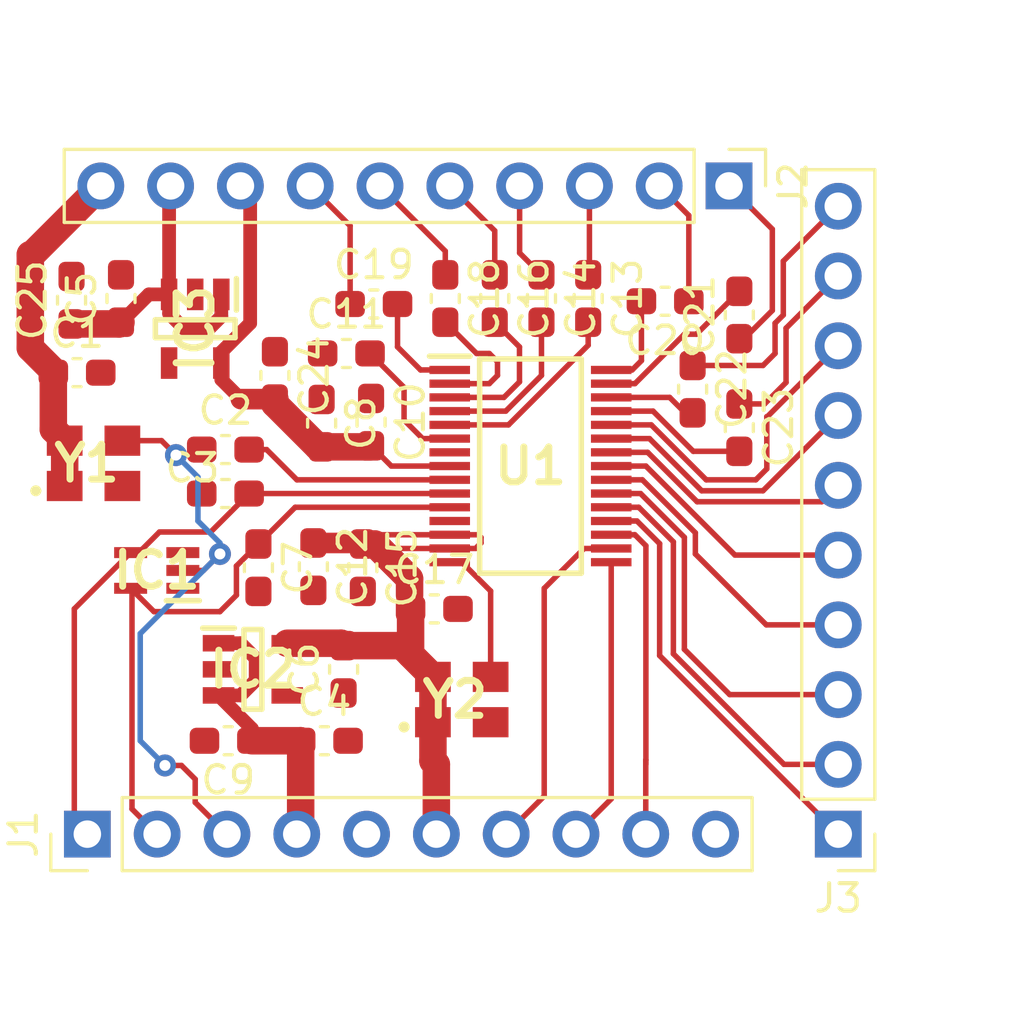
<source format=kicad_pcb>
(kicad_pcb (version 20211014) (generator pcbnew)
  (layers (0 "F.Cu" signal) (31 "B.Cu" signal) (34 "B.Paste" user) (35 "F.Paste" user) (36 "B.SilkS" user "B.Silkscreen") (37 "F.SilkS" user "F.Silkscreen") (38 "B.Mask" user) (39 "F.Mask" user) (44 "Edge.Cuts" user))
  (net 0 "")
  (net 1 "GNDA")
  (net 2 "GNDD")
  (net 3 "XO")
  (net 4 "XI")
  (net 5 "LDO")
  (net 6 "VCC")
  (net 7 "AVDD")
  (net 8 "Net-(C11-Pad2)")
  (net 9 "DVDD")
  (net 10 "/A5")
  (net 11 "Net-(C13-Pad2)")
  (net 12 "/A4")
  (net 13 "Net-(C14-Pad2)")
  (net 14 "/A3")
  (net 15 "Net-(C16-Pad2)")
  (net 16 "/A2")
  (net 17 "Net-(C18-Pad2)")
  (net 18 "/A1")
  (net 19 "Net-(C19-Pad2)")
  (net 20 "/A17")
  (net 21 "Net-(C20-Pad2)")
  (net 22 "/A16")
  (net 23 "Net-(C21-Pad2)")
  (net 24 "/A15")
  (net 25 "Net-(C22-Pad2)")
  (net 26 "/A14")
  (net 27 "Net-(C23-Pad2)")
  (net 28 "SCKI(3.3V)")
  (net 29 "DOUT")
  (net 30 "BCK")
  (net 31 "LRCK")
  (net 32 "/A6")
  (net 33 "/A7")
  (net 34 "/A8")
  (net 35 "/A9")
  (net 36 "/A10")
  (net 37 "/A11")
  (net 38 "/A12")
  (net 39 "/A13")
  (net 40 "OSC")
  (footprint "Capacitor_SMD:C_0603_1608Metric_Pad1.08x0.95mm_HandSolder" (layer "F.Cu") (at 94.8 124.5)
    (fp_text reference "C19" (at 0 -1.43) (layer "F.SilkS"))
    (fp_text value "10uF")
    (fp_line (start -0.146267 0.51) (end 0.146267 0.51) (layer "F.SilkS") (width 0.12))
    (fp_line (start -0.146267 -0.51) (end 0.146267 -0.51) (layer "F.SilkS") (width 0.12))
    (pad "1" smd roundrect (at -0.8625 0) (size 1.075 0.95) (layers "F.Cu" "F.Paste" "F.Mask") (net 18 "/A1"))
    (pad "2" smd roundrect (at 0.8625 0) (size 1.075 0.95) (layers "F.Cu" "F.Paste" "F.Mask") (net 19 "Net-(C19-Pad2)"))
  )
  (footprint "Capacitor_SMD:C_0603_1608Metric_Pad1.08x0.95mm_HandSolder" (layer "F.Cu") (at 99.2 124.3 -90)
    (fp_text reference "C16" (at 0 -1.43 90) (layer "F.SilkS"))
    (fp_text value "10uF")
    (fp_line (start -0.146267 -0.51) (end 0.146267 -0.51) (layer "F.SilkS") (width 0.12))
    (fp_line (start -0.146267 0.51) (end 0.146267 0.51) (layer "F.SilkS") (width 0.12))
    (pad "1" smd roundrect (at -0.8625 0 270) (size 1.075 0.95) (layers "F.Cu" "F.Paste" "F.Mask") (net 14 "/A3"))
    (pad "2" smd roundrect (at 0.8625 0 270) (size 1.075 0.95) (layers "F.Cu" "F.Paste" "F.Mask") (net 15 "Net-(C16-Pad2)"))
  )
  (footprint "custom_lib:SOT95P280X145-5N" (layer "F.Cu") (at 90.4 137.8)
    (fp_text reference "IC2" (at 0 0) (layer "F.SilkS") (effects (font (size 1.27 1.27) (thickness 0.254))))
    (fp_text value "NCP163ASN330T1G" hide)
    (fp_line (start -1.825 -1.5) (end -0.675 -1.5) (layer "F.SilkS") (width 0.2))
    (fp_line (start 0.325 -1.45) (end 0.325 1.45) (layer "F.SilkS") (width 0.2))
    (fp_line (start -0.325 1.45) (end -0.325 -1.45) (layer "F.SilkS") (width 0.2))
    (fp_line (start -0.325 -1.45) (end 0.325 -1.45) (layer "F.SilkS") (width 0.2))
    (fp_line (start 0.325 1.45) (end -0.325 1.45) (layer "F.SilkS") (width 0.2))
    (pad "1" smd rect (at -1.25 -0.95 90) (size 0.6 1.15) (layers "F.Cu" "F.Paste" "F.Mask") (net 6 "VCC"))
    (pad "2" smd rect (at -1.25 0 90) (size 0.6 1.15) (layers "F.Cu" "F.Paste" "F.Mask") (net 2 "GNDD"))
    (pad "3" smd rect (at -1.25 0.95 90) (size 0.6 1.15) (layers "F.Cu" "F.Paste" "F.Mask") (net 6 "VCC"))
    (pad "4" smd rect (at 1.25 0.95 90) (size 0.6 1.15) (layers "F.Cu" "F.Paste" "F.Mask"))
    (pad "5" smd rect (at 1.25 -0.95 90) (size 0.6 1.15) (layers "F.Cu" "F.Paste" "F.Mask") (net 9 "DVDD"))
  )
  (footprint "Capacitor_SMD:C_0603_1608Metric_Pad1.08x0.95mm_HandSolder" (layer "F.Cu") (at 102.6 124.3 -90)
    (fp_text reference "C13" (at 0 -1.43 90) (layer "F.SilkS"))
    (fp_text value "0.1uF")
    (fp_line (start -0.146267 -0.51) (end 0.146267 -0.51) (layer "F.SilkS") (width 0.12))
    (fp_line (start -0.146267 0.51) (end 0.146267 0.51) (layer "F.SilkS") (width 0.12))
    (pad "1" smd roundrect (at -0.8625 0 270) (size 1.075 0.95) (layers "F.Cu" "F.Paste" "F.Mask") (net 10 "/A5"))
    (pad "2" smd roundrect (at 0.8625 0 270) (size 1.075 0.95) (layers "F.Cu" "F.Paste" "F.Mask") (net 11 "Net-(C13-Pad2)"))
  )
  (footprint "Capacitor_SMD:C_0603_1608Metric_Pad1.08x0.95mm_HandSolder" (layer "F.Cu") (at 97.4 124.3 -90)
    (fp_text reference "C18" (at 0 -1.43 90) (layer "F.SilkS"))
    (fp_text value "10uF")
    (fp_line (start -0.146267 -0.51) (end 0.146267 -0.51) (layer "F.SilkS") (width 0.12))
    (fp_line (start -0.146267 0.51) (end 0.146267 0.51) (layer "F.SilkS") (width 0.12))
    (pad "1" smd roundrect (at -0.8625 0 270) (size 1.075 0.95) (layers "F.Cu" "F.Paste" "F.Mask") (net 16 "/A2"))
    (pad "2" smd roundrect (at 0.8625 0 270) (size 1.075 0.95) (layers "F.Cu" "F.Paste" "F.Mask") (net 17 "Net-(C18-Pad2)"))
  )
  (footprint "custom_lib:ASE24000MHZET" (layer "F.Cu") (at 84.6 130.3)
    (fp_text reference "Y1" (at -0.25 0) (layer "F.SilkS") (effects (font (size 1.27 1.27) (thickness 0.254))))
    (fp_text value "ASE-24.000MHZ-ET" hide)
    (fp_line (start -2 1) (end -2 1) (layer "F.SilkS") (width 0.2))
    (fp_line (start -2.2 1) (end -2.2 1) (layer "F.SilkS") (width 0.2))
    (fp_arc (start -2 1) (mid -2.1 1.1) (end -2.2 1) (layer "F.SilkS") (width 0.2))
    (fp_arc (start -2.2 1) (mid -2.1 0.9) (end -2 1) (layer "F.SilkS") (width 0.2))
    (pad "1" smd rect (at -1.05 0.825 90) (size 1.1 1.3) (layers "F.Cu" "F.Paste" "F.Mask") (net 9 "DVDD"))
    (pad "2" smd rect (at 1.05 0.825 90) (size 1.1 1.3) (layers "F.Cu" "F.Paste" "F.Mask") (net 2 "GNDD"))
    (pad "3" smd rect (at 1.05 -0.825 90) (size 1.1 1.3) (layers "F.Cu" "F.Paste" "F.Mask") (net 40 "OSC"))
    (pad "4" smd rect (at -1.05 -0.825 90) (size 1.1 1.3) (layers "F.Cu" "F.Paste" "F.Mask") (net 9 "DVDD"))
  )
  (footprint "Capacitor_SMD:C_0603_1608Metric_Pad1.08x0.95mm_HandSolder" (layer "F.Cu") (at 93.8 126.3)
    (fp_text reference "C11" (at 0 -1.43) (layer "F.SilkS"))
    (fp_text value "2.2uF")
    (fp_line (start -0.146267 -0.51) (end 0.146267 -0.51) (layer "F.SilkS") (width 0.12))
    (fp_line (start -0.146267 0.51) (end 0.146267 0.51) (layer "F.SilkS") (width 0.12))
    (pad "1" smd roundrect (at -0.8625 0) (size 1.075 0.95) (layers "F.Cu" "F.Paste" "F.Mask") (net 1 "GNDA"))
    (pad "2" smd roundrect (at 0.8625 0) (size 1.075 0.95) (layers "F.Cu" "F.Paste" "F.Mask") (net 8 "Net-(C11-Pad2)"))
  )
  (footprint "Capacitor_SMD:C_0603_1608Metric_Pad1.08x0.95mm_HandSolder" (layer "F.Cu") (at 93 140.4)
    (fp_text reference "C4" (at 0 -1.43) (layer "F.SilkS"))
    (fp_text value "0.1uF")
    (fp_line (start -0.146267 0.51) (end 0.146267 0.51) (layer "F.SilkS") (width 0.12))
    (fp_line (start -0.146267 -0.51) (end 0.146267 -0.51) (layer "F.SilkS") (width 0.12))
    (pad "1" smd roundrect (at -0.8625 0) (size 1.075 0.95) (layers "F.Cu" "F.Paste" "F.Mask") (net 6 "VCC"))
    (pad "2" smd roundrect (at 0.8625 0) (size 1.075 0.95) (layers "F.Cu" "F.Paste" "F.Mask") (net 2 "GNDD"))
  )
  (footprint "custom_lib:SOT95P280X145-5N" (layer "F.Cu") (at 88.3 125.4 -90)
    (fp_text reference "IC3" (at 0 0 90) (layer "F.SilkS") (effects (font (size 1.27 1.27) (thickness 0.254))))
    (fp_text value "NCP163ASN330T1G" hide)
    (fp_line (start 0.325 -1.45) (end 0.325 1.45) (layer "F.SilkS") (width 0.2))
    (fp_line (start -0.325 -1.45) (end 0.325 -1.45) (layer "F.SilkS") (width 0.2))
    (fp_line (start -1.825 -1.5) (end -0.675 -1.5) (layer "F.SilkS") (width 0.2))
    (fp_line (start -0.325 1.45) (end -0.325 -1.45) (layer "F.SilkS") (width 0.2))
    (fp_line (start 0.325 1.45) (end -0.325 1.45) (layer "F.SilkS") (width 0.2))
    (pad "1" smd rect (at -1.25 -0.95) (size 0.6 1.15) (layers "F.Cu" "F.Paste" "F.Mask") (net 6 "VCC"))
    (pad "2" smd rect (at -1.25 0) (size 0.6 1.15) (layers "F.Cu" "F.Paste" "F.Mask") (net 1 "GNDA"))
    (pad "3" smd rect (at -1.25 0.95) (size 0.6 1.15) (layers "F.Cu" "F.Paste" "F.Mask") (net 6 "VCC"))
    (pad "4" smd rect (at 1.25 0.95) (size 0.6 1.15) (layers "F.Cu" "F.Paste" "F.Mask"))
    (pad "5" smd rect (at 1.25 -0.95) (size 0.6 1.15) (layers "F.Cu" "F.Paste" "F.Mask") (net 7 "AVDD"))
  )
  (footprint "Capacitor_SMD:C_0603_1608Metric_Pad1.08x0.95mm_HandSolder" (layer "F.Cu") (at 92.9 128.8375 -90)
    (fp_text reference "C8" (at 0 -1.43 90) (layer "F.SilkS"))
    (fp_text value "10uF")
    (fp_line (start -0.146267 0.51) (end 0.146267 0.51) (layer "F.SilkS") (width 0.12))
    (fp_line (start -0.146267 -0.51) (end 0.146267 -0.51) (layer "F.SilkS") (width 0.12))
    (pad "1" smd roundrect (at -0.8625 0 270) (size 1.075 0.95) (layers "F.Cu" "F.Paste" "F.Mask") (net 1 "GNDA"))
    (pad "2" smd roundrect (at 0.8625 0 270) (size 1.075 0.95) (layers "F.Cu" "F.Paste" "F.Mask") (net 7 "AVDD"))
  )
  (footprint "Connector_PinHeader_2.54mm:PinHeader_1x10_P2.54mm_Vertical" (layer "F.Cu") (at 107.725 120.2 -90)
    (fp_text reference "J2" (at 0 -2.33 90) (layer "F.SilkS"))
    (fp_text value "Conn_01x10_Male")
    (fp_line (start 1.33 1.27) (end 1.33 24.19) (layer "F.SilkS") (width 0.12))
    (fp_line (start -1.33 1.27) (end -1.33 24.19) (layer "F.SilkS") (width 0.12))
    (fp_line (start -1.33 24.19) (end 1.33 24.19) (layer "F.SilkS") (width 0.12))
    (fp_line (start -1.33 1.27) (end 1.33 1.27) (layer "F.SilkS") (width 0.12))
    (fp_line (start -1.33 0) (end -1.33 -1.33) (layer "F.SilkS") (width 0.12))
    (fp_line (start -1.33 -1.33) (end 0 -1.33) (layer "F.SilkS") (width 0.12))
    (pad "1" thru_hole rect (at 0 0 270) (size 1.7 1.7) (drill 1) (layers *.Cu *.Mask) (net 22 "/A16"))
    (pad "2" thru_hole oval (at 0 2.54 270) (size 1.7 1.7) (drill 1) (layers *.Cu *.Mask) (net 20 "/A17"))
    (pad "3" thru_hole oval (at 0 5.08 270) (size 1.7 1.7) (drill 1) (layers *.Cu *.Mask) (net 10 "/A5"))
    (pad "4" thru_hole oval (at 0 7.62 270) (size 1.7 1.7) (drill 1) (layers *.Cu *.Mask) (net 12 "/A4"))
    (pad "5" thru_hole oval (at 0 10.16 270) (size 1.7 1.7) (drill 1) (layers *.Cu *.Mask) (net 14 "/A3"))
    (pad "6" thru_hole oval (at 0 12.7 270) (size 1.7 1.7) (drill 1) (layers *.Cu *.Mask) (net 16 "/A2"))
    (pad "7" thru_hole oval (at 0 15.24 270) (size 1.7 1.7) (drill 1) (layers *.Cu *.Mask) (net 18 "/A1"))
    (pad "8" thru_hole oval (at 0 17.78 270) (size 1.7 1.7) (drill 1) (layers *.Cu *.Mask) (net 7 "AVDD"))
    (pad "9" thru_hole oval (at 0 20.32 270) (size 1.7 1.7) (drill 1) (layers *.Cu *.Mask) (net 6 "VCC"))
    (pad "10" thru_hole oval (at 0 22.86 270) (size 1.7 1.7) (drill 1) (layers *.Cu *.Mask) (net 9 "DVDD"))
  )
  (footprint "Capacitor_SMD:C_0603_1608Metric_Pad1.08x0.95mm_HandSolder" (layer "F.Cu") (at 90.6 134.1 -90)
    (fp_text reference "C7" (at 0 -1.43 90) (layer "F.SilkS"))
    (fp_text value "2.2uF")
    (fp_line (start -0.146267 -0.51) (end 0.146267 -0.51) (layer "F.SilkS") (width 0.12))
    (fp_line (start -0.146267 0.51) (end 0.146267 0.51) (layer "F.SilkS") (width 0.12))
    (pad "1" smd roundrect (at -0.8625 0 270) (size 1.075 0.95) (layers "F.Cu" "F.Paste" "F.Mask") (net 5 "LDO"))
    (pad "2" smd roundrect (at 0.8625 0 270) (size 1.075 0.95) (layers "F.Cu" "F.Paste" "F.Mask") (net 2 "GNDD"))
  )
  (footprint "Capacitor_SMD:C_0603_1608Metric_Pad1.08x0.95mm_HandSolder" (layer "F.Cu") (at 91.2 127.1 -90)
    (fp_text reference "C24" (at 0 -1.43 90) (layer "F.SilkS"))
    (fp_text value "1uF")
    (fp_line (start -0.146267 0.51) (end 0.146267 0.51) (layer "F.SilkS") (width 0.12))
    (fp_line (start -0.146267 -0.51) (end 0.146267 -0.51) (layer "F.SilkS") (width 0.12))
    (pad "1" smd roundrect (at -0.8625 0 270) (size 1.075 0.95) (layers "F.Cu" "F.Paste" "F.Mask") (net 1 "GNDA"))
    (pad "2" smd roundrect (at 0.8625 0 270) (size 1.075 0.95) (layers "F.Cu" "F.Paste" "F.Mask") (net 7 "AVDD"))
  )
  (footprint "Capacitor_SMD:C_0603_1608Metric_Pad1.08x0.95mm_HandSolder" (layer "F.Cu") (at 83.8 124.3625 90)
    (fp_text reference "C25" (at 0 -1.43 90) (layer "F.SilkS"))
    (fp_text value "10uF")
    (fp_line (start -0.146267 -0.51) (end 0.146267 -0.51) (layer "F.SilkS") (width 0.12))
    (fp_line (start -0.146267 0.51) (end 0.146267 0.51) (layer "F.SilkS") (width 0.12))
    (pad "1" smd roundrect (at -0.8625 0 90) (size 1.075 0.95) (layers "F.Cu" "F.Paste" "F.Mask") (net 6 "VCC"))
    (pad "2" smd roundrect (at 0.8625 0 90) (size 1.075 0.95) (layers "F.Cu" "F.Paste" "F.Mask") (net 1 "GNDA"))
  )
  (footprint "Capacitor_SMD:C_0603_1608Metric_Pad1.08x0.95mm_HandSolder" (layer "F.Cu") (at 100.9 124.3 -90)
    (fp_text reference "C14" (at 0 -1.43 90) (layer "F.SilkS"))
    (fp_text value "10uF")
    (fp_line (start -0.146267 -0.51) (end 0.146267 -0.51) (layer "F.SilkS") (width 0.12))
    (fp_line (start -0.146267 0.51) (end 0.146267 0.51) (layer "F.SilkS") (width 0.12))
    (pad "1" smd roundrect (at -0.8625 0 270) (size 1.075 0.95) (layers "F.Cu" "F.Paste" "F.Mask") (net 12 "/A4"))
    (pad "2" smd roundrect (at 0.8625 0 270) (size 1.075 0.95) (layers "F.Cu" "F.Paste" "F.Mask") (net 13 "Net-(C14-Pad2)"))
  )
  (footprint "Capacitor_SMD:C_0603_1608Metric_Pad1.08x0.95mm_HandSolder" (layer "F.Cu") (at 94.7 128.8 -90)
    (fp_text reference "C10" (at 0 -1.43 90) (layer "F.SilkS"))
    (fp_text value "0.1uF")
    (fp_line (start -0.146267 0.51) (end 0.146267 0.51) (layer "F.SilkS") (width 0.12))
    (fp_line (start -0.146267 -0.51) (end 0.146267 -0.51) (layer "F.SilkS") (width 0.12))
    (pad "1" smd roundrect (at -0.8625 0 270) (size 1.075 0.95) (layers "F.Cu" "F.Paste" "F.Mask") (net 1 "GNDA"))
    (pad "2" smd roundrect (at 0.8625 0 270) (size 1.075 0.95) (layers "F.Cu" "F.Paste" "F.Mask") (net 7 "AVDD"))
  )
  (footprint "custom_lib:SOT65P210X110-5N" (layer "F.Cu") (at 86.9 134.2 180)
    (fp_text reference "IC1" (at 0 0) (layer "F.SilkS") (effects (font (size 1.27 1.27) (thickness 0.254))))
    (fp_text value "SN74AUC1G126DCKR" hide)
    (fp_line (start -1.55 -1.1) (end -0.35 -1.1) (layer "F.SilkS") (width 0.2))
    (pad "1" smd rect (at -0.95 -0.65 270) (size 0.4 1.2) (layers "F.Cu" "F.Paste" "F.Mask") (net 2 "GNDD"))
    (pad "2" smd rect (at -0.95 0 270) (size 0.4 1.2) (layers "F.Cu" "F.Paste" "F.Mask") (net 40 "OSC"))
    (pad "3" smd rect (at -0.95 0.65 270) (size 0.4 1.2) (layers "F.Cu" "F.Paste" "F.Mask") (net 2 "GNDD"))
    (pad "4" smd rect (at 0.95 0.65 270) (size 0.4 1.2) (layers "F.Cu" "F.Paste" "F.Mask") (net 4 "XI"))
    (pad "5" smd rect (at 0.95 -0.65 270) (size 0.4 1.2) (layers "F.Cu" "F.Paste" "F.Mask") (net 5 "LDO"))
  )
  (footprint "Connector_PinHeader_2.54mm:PinHeader_1x10_P2.54mm_Vertical" (layer "F.Cu") (at 111.7 143.8 180)
    (fp_text reference "J3" (at 0 -2.33) (layer "F.SilkS"))
    (fp_text value "Conn_01x10_Male")
    (fp_line (start -1.33 1.27) (end -1.33 24.19) (layer "F.SilkS") (width 0.12))
    (fp_line (start 1.33 1.27) (end 1.33 24.19) (layer "F.SilkS") (width 0.12))
    (fp_line (start -1.33 1.27) (end 1.33 1.27) (layer "F.SilkS") (width 0.12))
    (fp_line (start -1.33 0) (end -1.33 -1.33) (layer "F.SilkS") (width 0.12))
    (fp_line (start -1.33 -1.33) (end 0 -1.33) (layer "F.SilkS") (width 0.12))
    (fp_line (start -1.33 24.19) (end 1.33 24.19) (layer "F.SilkS") (width 0.12))
    (pad "1" thru_hole rect (at 0 0 180) (size 1.7 1.7) (drill 1) (layers *.Cu *.Mask) (net 32 "/A6"))
    (pad "2" thru_hole oval (at 0 2.54 180) (size 1.7 1.7) (drill 1) (layers *.Cu *.Mask) (net 33 "/A7"))
    (pad "3" thru_hole oval (at 0 5.08 180) (size 1.7 1.7) (drill 1) (layers *.Cu *.Mask) (net 34 "/A8"))
    (pad "4" thru_hole oval (at 0 7.62 180) (size 1.7 1.7) (drill 1) (layers *.Cu *.Mask) (net 35 "/A9"))
    (pad "5" thru_hole oval (at 0 10.16 180) (size 1.7 1.7) (drill 1) (layers *.Cu *.Mask) (net 36 "/A10"))
    (pad "6" thru_hole oval (at 0 12.7 180) (size 1.7 1.7) (drill 1) (layers *.Cu *.Mask) (net 37 "/A11"))
    (pad "7" thru_hole oval (at 0 15.24 180) (size 1.7 1.7) (drill 1) (layers *.Cu *.Mask) (net 38 "/A12"))
    (pad "8" thru_hole oval (at 0 17.78 180) (size 1.7 1.7) (drill 1) (layers *.Cu *.Mask) (net 39 "/A13"))
    (pad "9" thru_hole oval (at 0 20.32 180) (size 1.7 1.7) (drill 1) (layers *.Cu *.Mask) (net 26 "/A14"))
    (pad "10" thru_hole oval (at 0 22.86 180) (size 1.7 1.7) (drill 1) (layers *.Cu *.Mask) (net 24 "/A15"))
  )
  (footprint "Capacitor_SMD:C_0603_1608Metric_Pad1.08x0.95mm_HandSolder" (layer "F.Cu") (at 85.6 124.3 90)
    (fp_text reference "C5" (at 0 -1.43 90) (layer "F.SilkS"))
    (fp_text value "0.1uF")
    (fp_line (start -0.146267 -0.51) (end 0.146267 -0.51) (layer "F.SilkS") (width 0.12))
    (fp_line (start -0.146267 0.51) (end 0.146267 0.51) (layer "F.SilkS") (width 0.12))
    (pad "1" smd roundrect (at -0.8625 0 90) (size 1.075 0.95) (layers "F.Cu" "F.Paste" "F.Mask") (net 6 "VCC"))
    (pad "2" smd roundrect (at 0.8625 0 90) (size 1.075 0.95) (layers "F.Cu" "F.Paste" "F.Mask") (net 1 "GNDA"))
  )
  (footprint "custom_lib:ASE24000MHZET" (layer "F.Cu") (at 98 138.9)
    (fp_text reference "Y2" (at -0.25 0) (layer "F.SilkS") (effects (font (size 1.27 1.27) (thickness 0.254))))
    (fp_text value "ASE-22.000MHZ-ET" hide)
    (fp_line (start -2 1) (end -2 1) (layer "F.SilkS") (width 0.2))
    (fp_line (start -2.2 1) (end -2.2 1) (layer "F.SilkS") (width 0.2))
    (fp_arc (start -2.2 1) (mid -2.1 0.9) (end -2 1) (layer "F.SilkS") (width 0.2))
    (fp_arc (start -2 1) (mid -2.1 1.1) (end -2.2 1) (layer "F.SilkS") (width 0.2))
    (pad "1" smd rect (at -1.05 0.825 90) (size 1.1 1.3) (layers "F.Cu" "F.Paste" "F.Mask") (net 9 "DVDD"))
    (pad "2" smd rect (at 1.05 0.825 90) (size 1.1 1.3) (layers "F.Cu" "F.Paste" "F.Mask") (net 2 "GNDD"))
    (pad "3" smd rect (at 1.05 -0.825 90) (size 1.1 1.3) (layers "F.Cu" "F.Paste" "F.Mask") (net 28 "SCKI(3.3V)"))
    (pad "4" smd rect (at -1.05 -0.825 90) (size 1.1 1.3) (layers "F.Cu" "F.Paste" "F.Mask") (net 9 "DVDD"))
  )
  (footprint "Capacitor_SMD:C_0603_1608Metric_Pad1.08x0.95mm_HandSolder" (layer "F.Cu") (at 89.5 140.4 180)
    (fp_text reference "C9" (at 0 -1.43) (layer "F.SilkS"))
    (fp_text value "10uF")
    (fp_line (start -0.146267 0.51) (end 0.146267 0.51) (layer "F.SilkS") (width 0.12))
    (fp_line (start -0.146267 -0.51) (end 0.146267 -0.51) (layer "F.SilkS") (width 0.12))
    (pad "1" smd roundrect (at -0.8625 0 180) (size 1.075 0.95) (layers "F.Cu" "F.Paste" "F.Mask") (net 6 "VCC"))
    (pad "2" smd roundrect (at 0.8625 0 180) (size 1.075 0.95) (layers "F.Cu" "F.Paste" "F.Mask") (net 2 "GNDD"))
  )
  (footprint "Capacitor_SMD:C_0603_1608Metric_Pad1.08x0.95mm_HandSolder" (layer "F.Cu") (at 89.4 129.8)
    (fp_text reference "C2" (at 0 -1.43) (layer "F.SilkS"))
    (fp_text value "18pF")
    (fp_line (start -0.146267 0.51) (end 0.146267 0.51) (layer "F.SilkS") (width 0.12))
    (fp_line (start -0.146267 -0.51) (end 0.146267 -0.51) (layer "F.SilkS") (width 0.12))
    (pad "1" smd roundrect (at -0.8625 0) (size 1.075 0.95) (layers "F.Cu" "F.Paste" "F.Mask") (net 2 "GNDD"))
    (pad "2" smd roundrect (at 0.8625 0) (size 1.075 0.95) (layers "F.Cu" "F.Paste" "F.Mask") (net 3 "XO"))
  )
  (footprint "Capacitor_SMD:C_0603_1608Metric_Pad1.08x0.95mm_HandSolder" (layer "F.Cu") (at 92.6 134.0625 -90)
    (fp_text reference "C12" (at 0 -1.43 90) (layer "F.SilkS"))
    (fp_text value "10uF")
    (fp_line (start -0.146267 0.51) (end 0.146267 0.51) (layer "F.SilkS") (width 0.12))
    (fp_line (start -0.146267 -0.51) (end 0.146267 -0.51) (layer "F.SilkS") (width 0.12))
    (pad "1" smd roundrect (at -0.8625 0 270) (size 1.075 0.95) (layers "F.Cu" "F.Paste" "F.Mask") (net 9 "DVDD"))
    (pad "2" smd roundrect (at 0.8625 0 270) (size 1.075 0.95) (layers "F.Cu" "F.Paste" "F.Mask") (net 2 "GNDD"))
  )
  (footprint "Capacitor_SMD:C_0603_1608Metric_Pad1.08x0.95mm_HandSolder" (layer "F.Cu") (at 94.4 134.1 -90)
    (fp_text reference "C15" (at 0 -1.43 90) (layer "F.SilkS"))
    (fp_text value "0.1uF")
    (fp_line (start -0.146267 0.51) (end 0.146267 0.51) (layer "F.SilkS") (width 0.12))
    (fp_line (start -0.146267 -0.51) (end 0.146267 -0.51) (layer "F.SilkS") (width 0.12))
    (pad "1" smd roundrect (at -0.8625 0 270) (size 1.075 0.95) (layers "F.Cu" "F.Paste" "F.Mask") (net 9 "DVDD"))
    (pad "2" smd roundrect (at 0.8625 0 270) (size 1.075 0.95) (layers "F.Cu" "F.Paste" "F.Mask") (net 2 "GNDD"))
  )
  (footprint "Capacitor_SMD:C_0603_1608Metric_Pad1.08x0.95mm_HandSolder" (layer "F.Cu") (at 108.1 124.9 90)
    (fp_text reference "C21" (at 0 -1.43 90) (layer "F.SilkS"))
    (fp_text value "10uF")
    (fp_line (start -0.146267 0.51) (end 0.146267 0.51) (layer "F.SilkS") (width 0.12))
    (fp_line (start -0.146267 -0.51) (end 0.146267 -0.51) (layer "F.SilkS") (width 0.12))
    (pad "1" smd roundrect (at -0.8625 0 90) (size 1.075 0.95) (layers "F.Cu" "F.Paste" "F.Mask") (net 22 "/A16"))
    (pad "2" smd roundrect (at 0.8625 0 90) (size 1.075 0.95) (layers "F.Cu" "F.Paste" "F.Mask") (net 23 "Net-(C21-Pad2)"))
  )
  (footprint "Capacitor_SMD:C_0603_1608Metric_Pad1.08x0.95mm_HandSolder" (layer "F.Cu") (at 108.1 129 -90)
    (fp_text reference "C23" (at 0 -1.43 90) (layer "F.SilkS"))
    (fp_text value "10uF")
    (fp_line (start -0.146267 -0.51) (end 0.146267 -0.51) (layer "F.SilkS") (width 0.12))
    (fp_line (start -0.146267 0.51) (end 0.146267 0.51) (layer "F.SilkS") (width 0.12))
    (pad "1" smd roundrect (at -0.8625 0 270) (size 1.075 0.95) (layers "F.Cu" "F.Paste" "F.Mask") (net 26 "/A14"))
    (pad "2" smd roundrect (at 0.8625 0 270) (size 1.075 0.95) (layers "F.Cu" "F.Paste" "F.Mask") (net 27 "Net-(C23-Pad2)"))
  )
  (footprint "custom_lib:PCM1863QDBTRQ1" (layer "F.Cu") (at 100.5 130.4)
    (fp_text reference "U1" (at 0 0) (layer "F.SilkS") (effects (font (size 1.27 1.27) (thickness 0.254))))
    (fp_text value "PCM1863" hide)
    (fp_line (start 1.85 -3.9) (end 1.85 3.9) (layer "F.SilkS") (width 0.2))
    (fp_line (start -1.85 -3.9) (end 1.85 -3.9) (layer "F.SilkS") (width 0.2))
    (fp_line (start -3.675 -4) (end -2.2 -4) (layer "F.SilkS") (width 0.2))
    (fp_line (start -1.85 3.9) (end -1.85 -3.9) (layer "F.SilkS") (width 0.2))
    (fp_line (start 1.85 3.9) (end -1.85 3.9) (layer "F.SilkS") (width 0.2))
    (pad "1" smd rect (at -2.938 -3.5 90) (size 0.3 1.475) (layers "F.Cu" "F.Paste" "F.Mask") (net 19 "Net-(C19-Pad2)"))
    (pad "2" smd rect (at -2.938 -3 90) (size 0.3 1.475) (layers "F.Cu" "F.Paste" "F.Mask") (net 17 "Net-(C18-Pad2)"))
    (pad "3" smd rect (at -2.938 -2.5 90) (size 0.3 1.475) (layers "F.Cu" "F.Paste" "F.Mask") (net 15 "Net-(C16-Pad2)"))
    (pad "4" smd rect (at -2.938 -2 90) (size 0.3 1.475) (layers "F.Cu" "F.Paste" "F.Mask") (net 13 "Net-(C14-Pad2)"))
    (pad "5" smd rect (at -2.938 -1.5 90) (size 0.3 1.475) (layers "F.Cu" "F.Paste" "F.Mask") (net 11 "Net-(C13-Pad2)"))
    (pad "6" smd rect (at -2.938 -1 90) (size 0.3 1.475) (layers "F.Cu" "F.Paste" "F.Mask") (net 8 "Net-(C11-Pad2)"))
    (pad "7" smd rect (at -2.938 -0.5 90) (size 0.3 1.475) (layers "F.Cu" "F.Paste" "F.Mask") (net 1 "GNDA"))
    (pad "8" smd rect (at -2.938 0 90) (size 0.3 1.475) (layers "F.Cu" "F.Paste" "F.Mask") (net 7 "AVDD"))
    (pad "9" smd rect (at -2.938 0.5 90) (size 0.3 1.475) (layers "F.Cu" "F.Paste" "F.Mask") (net 3 "XO"))
    (pad "10" smd rect (at -2.938 1 90) (size 0.3 1.475) (layers "F.Cu" "F.Paste" "F.Mask") (net 4 "XI"))
    (pad "11" smd rect (at -2.938 1.5 90) (size 0.3 1.475) (layers "F.Cu" "F.Paste" "F.Mask") (net 5 "LDO"))
    (pad "12" smd rect (at -2.938 2 90) (size 0.3 1.475) (layers "F.Cu" "F.Paste" "F.Mask") (net 2 "GNDD"))
    (pad "13" smd rect (at -2.938 2.5 90) (size 0.3 1.475) (layers "F.Cu" "F.Paste" "F.Mask") (net 9 "DVDD"))
    (pad "14" smd rect (at -2.938 3 90) (size 0.3 1.475) (layers "F.Cu" "F.Paste" "F.Mask") (net 9 "DVDD"))
    (pad "15" smd rect (at -2.938 3.5 90) (size 0.3 1.475) (layers "F.Cu" "F.Paste" "F.Mask") (net 28 "SCKI(3.3V)"))
    (pad "16" smd rect (at 2.938 3.5 90) (size 0.3 1.475) (layers "F.Cu" "F.Paste" "F.Mask") (net 31 "LRCK"))
    (pad "17" smd rect (at 2.938 3 90) (size 0.3 1.475) (layers "F.Cu" "F.Paste" "F.Mask") (net 30 "BCK"))
    (pad "18" smd rect (at 2.938 2.5 90) (size 0.3 1.475) (layers "F.Cu" "F.Paste" "F.Mask") (net 29 "DOUT"))
    (pad "19" smd rect (at 2.938 2 90) (size 0.3 1.475) (layers "F.Cu" "F.Paste" "F.Mask") (net 32 "/A6"))
    (pad "20" smd rect (at 2.938 1.5 90) (size 0.3 1.475) (layers "F.Cu" "F.Paste" "F.Mask") (net 33 "/A7"))
    (pad "21" smd rect (at 2.938 1 90) (size 0.3 1.475) (layers "F.Cu" "F.Paste" "F.Mask") (net 34 "/A8"))
    (pad "22" smd rect (at 2.938 0.5 90) (size 0.3 1.475) (layers "F.Cu" "F.Paste" "F.Mask") (net 35 "/A9"))
    (pad "23" smd rect (at 2.938 0 90) (size 0.3 1.475) (layers "F.Cu" "F.Paste" "F.Mask") (net 36 "/A10"))
    (pad "24" smd rect (at 2.938 -0.5 90) (size 0.3 1.475) (layers "F.Cu" "F.Paste" "F.Mask") (net 37 "/A11"))
    (pad "25" smd rect (at 2.938 -1 90) (size 0.3 1.475) (layers "F.Cu" "F.Paste" "F.Mask") (net 38 "/A12"))
    (pad "26" smd rect (at 2.938 -1.5 90) (size 0.3 1.475) (layers "F.Cu" "F.Paste" "F.Mask") (net 39 "/A13"))
    (pad "27" smd rect (at 2.938 -2 90) (size 0.3 1.475) (layers "F.Cu" "F.Paste" "F.Mask") (net 27 "Net-(C23-Pad2)"))
    (pad "28" smd rect (at 2.938 -2.5 90) (size 0.3 1.475) (layers "F.Cu" "F.Paste" "F.Mask") (net 25 "Net-(C22-Pad2)"))
    (pad "29" smd rect (at 2.938 -3 90) (size 0.3 1.475) (layers "F.Cu" "F.Paste" "F.Mask") (net 23 "Net-(C21-Pad2)"))
    (pad "30" smd rect (at 2.938 -3.5 90) (size 0.3 1.475) (layers "F.Cu" "F.Paste" "F.Mask") (net 21 "Net-(C20-Pad2)"))
  )
  (footprint "Capacitor_SMD:C_0603_1608Metric_Pad1.08x0.95mm_HandSolder" (layer "F.Cu") (at 93.7 137.8 90)
    (fp_text reference "C6" (at 0 -1.43 90) (layer "F.SilkS"))
    (fp_text value "1uF")
    (fp_line (start -0.146267 -0.51) (end 0.146267 -0.51) (layer "F.SilkS") (width 0.12))
    (fp_line (start -0.146267 0.51) (end 0.146267 0.51) (layer "F.SilkS") (width 0.12))
    (pad "1" smd roundrect (at -0.8625 0 90) (size 1.075 0.95) (layers "F.Cu" "F.Paste" "F.Mask") (net 2 "GNDD"))
    (pad "2" smd roundrect (at 0.8625 0 90) (size 1.075 0.95) (layers "F.Cu" "F.Paste" "F.Mask") (net 9 "DVDD"))
  )
  (footprint "Capacitor_SMD:C_0603_1608Metric_Pad1.08x0.95mm_HandSolder" (layer "F.Cu") (at 89.4 131.4)
    (fp_text reference "C3" (at -1.2 -0.93) (layer "F.SilkS"))
    (fp_text value "18pF")
    (fp_line (start -0.146267 0.51) (end 0.146267 0.51) (layer "F.SilkS") (width 0.12))
    (fp_line (start -0.146267 -0.51) (end 0.146267 -0.51) (layer "F.SilkS") (width 0.12))
    (pad "1" smd roundrect (at -0.8625 0) (size 1.075 0.95) (layers "F.Cu" "F.Paste" "F.Mask") (net 2 "GNDD"))
    (pad "2" smd roundrect (at 0.8625 0) (size 1.075 0.95) (layers "F.Cu" "F.Paste" "F.Mask") (net 4 "XI"))
  )
  (footprint "Capacitor_SMD:C_0603_1608Metric_Pad1.08x0.95mm_HandSolder" (layer "F.Cu") (at 106.4 127.6 -90)
    (fp_text reference "C22" (at 0 -1.43 90) (layer "F.SilkS"))
    (fp_text value "10uF")
    (fp_line (start -0.146267 0.51) (end 0.146267 0.51) (layer "F.SilkS") (width 0.12))
    (fp_line (start -0.146267 -0.51) (end 0.146267 -0.51) (layer "F.SilkS") (width 0.12))
    (pad "1" smd roundrect (at -0.8625 0 270) (size 1.075 0.95) (layers "F.Cu" "F.Paste" "F.Mask") (net 24 "/A15"))
    (pad "2" smd roundrect (at 0.8625 0 270) (size 1.075 0.95) (layers "F.Cu" "F.Paste" "F.Mask") (net 25 "Net-(C22-Pad2)"))
  )
  (footprint "Capacitor_SMD:C_0603_1608Metric_Pad1.08x0.95mm_HandSolder" (layer "F.Cu") (at 84 127)
    (fp_text reference "C1" (at 0 -1.43) (layer "F.SilkS"))
    (fp_text value ".01uF")
    (fp_line (start -0.146267 0.51) (end 0.146267 0.51) (layer "F.SilkS") (width 0.12))
    (fp_line (start -0.146267 -0.51) (end 0.146267 -0.51) (layer "F.SilkS") (width 0.12))
    (pad "1" smd roundrect (at -0.8625 0) (size 1.075 0.95) (layers "F.Cu" "F.Paste" "F.Mask") (net 9 "DVDD"))
    (pad "2" smd roundrect (at 0.8625 0) (size 1.075 0.95) (layers "F.Cu" "F.Paste" "F.Mask") (net 2 "GNDD"))
  )
  (footprint "Connector_PinHeader_2.54mm:PinHeader_1x10_P2.54mm_Vertical" (layer "F.Cu") (at 84.375 143.8 90)
    (fp_text reference "J1" (at 0 -2.33 90) (layer "F.SilkS"))
    (fp_text value "Conn_01x10_Male")
    (fp_line (start 1.33 1.27) (end 1.33 24.19) (layer "F.SilkS") (width 0.12))
    (fp_line (start -1.33 0) (end -1.33 -1.33) (layer "F.SilkS") (width 0.12))
    (fp_line (start -1.33 1.27) (end 1.33 1.27) (layer "F.SilkS") (width 0.12))
    (fp_line (start -1.33 -1.33) (end 0 -1.33) (layer "F.SilkS") (width 0.12))
    (fp_line (start -1.33 24.19) (end 1.33 24.19) (layer "F.SilkS") (width 0.12))
    (fp_line (start -1.33 1.27) (end -1.33 24.19) (layer "F.SilkS") (width 0.12))
    (pad "1" thru_hole rect (at 0 0 90) (size 1.7 1.7) (drill 1) (layers *.Cu *.Mask) (net 4 "XI"))
    (pad "2" thru_hole oval (at 0 2.54 90) (size 1.7 1.7) (drill 1) (layers *.Cu *.Mask) (net 5 "LDO"))
    (pad "3" thru_hole oval (at 0 5.08 90) (size 1.7 1.7) (drill 1) (layers *.Cu *.Mask) (net 40 "OSC"))
    (pad "4" thru_hole oval (at 0 7.62 90) (size 1.7 1.7) (drill 1) (layers *.Cu *.Mask) (net 6 "VCC"))
    (pad "5" thru_hole oval (at 0 10.16 90) (size 1.7 1.7) (drill 1) (layers *.Cu *.Mask) (net 2 "GNDD"))
    (pad "6" thru_hole oval (at 0 12.7 90) (size 1.7 1.7) (drill 1) (layers *.Cu *.Mask) (net 9 "DVDD"))
    (pad "7" thru_hole oval (at 0 15.24 90) (size 1.7 1.7) (drill 1) (layers *.Cu *.Mask) (net 30 "BCK"))
    (pad "8" thru_hole oval (at 0 17.78 90) (size 1.7 1.7) (drill 1) (layers *.Cu *.Mask) (net 31 "LRCK"))
    (pad "9" thru_hole oval (at 0 20.32 90) (size 1.7 1.7) (drill 1) (layers *.Cu *.Mask) (net 29 "DOUT"))
    (pad "10" thru_hole oval (at 0 22.86 90) (size 1.7 1.7) (drill 1) (layers *.Cu *.Mask) (net 1 "GNDA"))
  )
  (footprint "Capacitor_SMD:C_0603_1608Metric_Pad1.08x0.95mm_HandSolder" (layer "F.Cu") (at 97 135.6)
    (fp_text reference "C17" (at 0 -1.43) (layer "F.SilkS"))
    (fp_text value ".01uF")
    (fp_line (start -0.146267 -0.51) (end 0.146267 -0.51) (layer "F.SilkS") (width 0.12))
    (fp_line (start -0.146267 0.51) (end 0.146267 0.51) (layer "F.SilkS") (width 0.12))
    (pad "1" smd roundrect (at -0.8625 0) (size 1.075 0.95) (layers "F.Cu" "F.Paste" "F.Mask") (net 9 "DVDD"))
    (pad "2" smd roundrect (at 0.8625 0) (size 1.075 0.95) (layers "F.Cu" "F.Paste" "F.Mask") (net 2 "GNDD"))
  )
  (footprint "Capacitor_SMD:C_0603_1608Metric_Pad1.08x0.95mm_HandSolder" (layer "F.Cu") (at 105.4 124.4 180)
    (fp_text reference "C20" (at 0 -1.43) (layer "F.SilkS"))
    (fp_text value "10uF")
    (fp_line (start -0.146267 0.51) (end 0.146267 0.51) (layer "F.SilkS") (width 0.12))
    (fp_line (start -0.146267 -0.51) (end 0.146267 -0.51) (layer "F.SilkS") (width 0.12))
    (pad "1" smd roundrect (at -0.8625 0 180) (size 1.075 0.95) (layers "F.Cu" "F.Paste" "F.Mask") (net 20 "/A17"))
    (pad "2" smd roundrect (at 0.8625 0 180) (size 1.075 0.95) (layers "F.Cu" "F.Paste" "F.Mask") (net 21 "Net-(C20-Pad2)"))
  )
  (segment (start 90.9 129.8) (end 90.2625 129.8) (width 0.2) (layer "F.Cu") (net 3))
  (segment (start 92 130.9) (end 90.9 129.8) (width 0.2) (layer "F.Cu") (net 3))
  (segment (start 97.562 130.9) (end 92 130.9) (width 0.2) (layer "F.Cu") (net 3))
  (segment (start 87 132.8) (end 86.25 133.55) (width 0.2) (layer "F.Cu") (net 4))
  (segment (start 88.8625 132.8) (end 87 132.8) (width 0.2) (layer "F.Cu") (net 4))
  (segment (start 90.2625 131.4) (end 88.8625 132.8) (width 0.2) (layer "F.Cu") (net 4))
  (segment (start 83.900481 135.599519) (end 83.900481 143.325481) (width 0.2) (layer "F.Cu") (net 4))
  (segment (start 97.562 131.4) (end 90.2625 131.4) (width 0.2) (layer "F.Cu") (net 4))
  (segment (start 83.900481 143.325481) (end 84.375 143.8) (width 0.2) (layer "F.Cu") (net 4))
  (segment (start 85.95 133.55) (end 83.900481 135.599519) (width 0.2) (layer "F.Cu") (net 4))
  (segment (start 86.25 133.55) (end 85.95 133.55) (width 0.2) (layer "F.Cu") (net 4))
  (segment (start 89.2 135.7) (end 86.8 135.7) (width 0.2) (layer "F.Cu") (net 5))
  (segment (start 91.9375 131.9) (end 90.6 133.2375) (width 0.2) (layer "F.Cu") (net 5))
  (segment (start 97.562 131.9) (end 91.9375 131.9) (width 0.2) (layer "F.Cu") (net 5))
  (segment (start 86.8 135.7) (end 85.95 134.85) (width 0.2) (layer "F.Cu") (net 5))
  (segment (start 86 134.9) (end 86 142.885) (width 0.2) (layer "F.Cu") (net 5))
  (segment (start 89.8 135.1) (end 89.2 135.7) (width 0.2) (layer "F.Cu") (net 5))
  (segment (start 89.8 134.0375) (end 89.8 135.1) (width 0.2) (layer "F.Cu") (net 5))
  (segment (start 90.6 133.2375) (end 89.8 134.0375) (width 0.2) (layer "F.Cu") (net 5))
  (segment (start 85.95 134.85) (end 86 134.9) (width 0.2) (layer "F.Cu") (net 5))
  (segment (start 86 142.885) (end 86.915 143.8) (width 0.2) (layer "F.Cu") (net 5))
  (segment (start 90.5 137.4) (end 90.5 138.2) (width 0.5) (layer "F.Cu") (net 6))
  (segment (start 90.5 138.2) (end 89.95 138.75) (width 0.5) (layer "F.Cu") (net 6))
  (segment (start 92.1375 140.4) (end 90.3625 140.4) (width 1) (layer "F.Cu") (net 6))
  (segment (start 87.35 120.255) (end 87.405 120.2) (width 0.5) (layer "F.Cu") (net 6))
  (segment (start 88.8 125.4) (end 89.25 124.95) (width 0.5) (layer "F.Cu") (net 6))
  (segment (start 92.1375 140.4) (end 92.1375 143.6575) (width 1) (layer "F.Cu") (net 6))
  (segment (start 85.5375 125.225) (end 85.6 125.1625) (width 1) (layer "F.Cu") (net 6))
  (segment (start 89.95 136.85) (end 90.5 137.4) (width 0.5) (layer "F.Cu") (net 6))
  (segment (start 83.8 125.225) (end 85.5375 125.225) (width 1) (layer "F.Cu") (net 6))
  (segment (start 89.95 138.75) (end 89.15 138.75) (width 0.5) (layer "F.Cu") (net 6))
  (segment (start 92.1375 143.6575) (end 91.995 143.8) (width 1) (layer "F.Cu") (net 6))
  (segment (start 87.35 124.15) (end 87.35 124.85) (width 0.5) (layer "F.Cu") (net 6))
  (segment (start 89.25 124.95) (end 89.25 124.15) (width 0.5) (layer "F.Cu") (net 6))
  (segment (start 86.6125 124.15) (end 85.6 125.1625) (width 0.5) (layer "F.Cu") (net 6))
  (segment (start 87.9 125.4) (end 88.8 125.4) (width 0.5) (layer "F.Cu") (net 6))
  (segment (start 89.15 138.75) (end 89.55 138.75) (width 0.5) (layer "F.Cu") (net 6))
  (segment (start 90.3625 139.9625) (end 90.3625 140.4) (width 0.5) (layer "F.Cu") (net 6))
  (segment (start 87.35 124.15) (end 87.35 120.255) (width 0.5) (layer "F.Cu") (net 6))
  (segment (start 87.35 124.85) (end 87.9 125.4) (width 0.5) (layer "F.Cu") (net 6))
  (segment (start 89.15 136.85) (end 89.95 136.85) (width 0.5) (layer "F.Cu") (net 6))
  (segment (start 89.15 138.75) (end 90.3625 139.9625) (width 0.5) (layer "F.Cu") (net 6))
  (segment (start 87.35 124.15) (end 86.6125 124.15) (width 0.5) (layer "F.Cu") (net 6))
  (segment (start 92.762354 129.7) (end 91.2 128.137646) (width 1) (layer "F.Cu") (net 7))
  (segment (start 90.3 120.555) (end 89.945 120.2) (width 0.5) (layer "F.Cu") (net 7))
  (segment (start 92.9 129.7) (end 92.762354 129.7) (width 1) (layer "F.Cu") (net 7))
  (segment (start 92.9 129.7) (end 94.6625 129.7) (width 1) (layer "F.Cu") (net 7))
  (segment (start 91.2 128.137646) (end 91.2 127.9625) (width 1) (layer "F.Cu") (net 7))
  (segment (start 95.4375 130.4) (end 97.562 130.4) (width 0.2) (layer "F.Cu") (net 7))
  (segment (start 90.3 125.2) (end 90.3 120.555) (width 0.5) (layer "F.Cu") (net 7))
  (segment (start 89.25 126.65) (end 89.25 127.25) (width 0.5) (layer "F.Cu") (net 7))
  (segment (start 94.7 129.6625) (end 95.4375 130.4) (width 0.2) (layer "F.Cu") (net 7))
  (segment (start 89.25 126.25) (end 90.3 125.2) (width 0.5) (layer "F.Cu") (net 7))
  (segment (start 89.25 127.25) (end 89.9625 127.9625) (width 0.5) (layer "F.Cu") (net 7))
  (segment (start 89.9625 127.9625) (end 91.2 127.9625) (width 0.75) (layer "F.Cu") (net 7))
  (segment (start 89.25 126.65) (end 89.25 126.25) (width 0.5) (layer "F.Cu") (net 7))
  (segment (start 96.575478 129.4) (end 97.562 129.4) (width 0.2) (layer "F.Cu") (net 8))
  (segment (start 94.6625 126.3) (end 95.9 127.5375) (width 0.2) (layer "F.Cu") (net 8))
  (segment (start 95.9 127.5375) (end 95.9 128.724522) (width 0.2) (layer "F.Cu") (net 8))
  (segment (start 95.9 128.724522) (end 96.575478 129.4) (width 0.2) (layer "F.Cu") (net 8))
  (segment (start 95.8125 136.9375) (end 96.95 138.075) (width 1) (layer "F.Cu") (net 9))
  (segment (start 96.1375 135.6) (end 96.1375 137.2625) (width 1) (layer "F.Cu") (net 9))
  (segment (start 94.8375 133.2375) (end 96.1 134.5) (width 1) (layer "F.Cu") (net 9))
  (segment (start 97.562 132.9) (end 94.7375 132.9) (width 0.2) (layer "F.Cu") (net 9))
  (segment (start 96.1 134.5) (end 96.1 135.1) (width 1) (layer "F.Cu") (net 9))
  (segment (start 83.55 131.125) (end 83.55 129.475) (width 1) (layer "F.Cu") (net 9))
  (segment (start 93.7 136.9375) (end 95.8125 136.9375) (width 1) (layer "F.Cu") (net 9))
  (segment (start 97.562 133.4) (end 98.5 133.4) (width 0.2) (layer "F.Cu") (net 9))
  (segment (start 97.075 141.26) (end 97.075 143.8) (width 1) (layer "F.Cu") (net 9))
  (segment (start 96.95 138.075) (end 96.95 139.725) (width 1) (layer "F.Cu") (net 9))
  (segment (start 82.365 122.7) (end 84.865 120.2) (width 1) (layer "F.Cu") (net 9))
  (segment (start 97.562 133.4) (end 94.5625 133.4) (width 0.2) (layer "F.Cu") (net 9))
  (segment (start 93.6125 136.85) (end 93.7 136.9375) (width 1) (layer "F.Cu") (net 9))
  (segment (start 94.4 133.2375) (end 94.8375 133.2375) (width 1) (layer "F.Cu") (net 9))
  (segment (start 96.1375 137.2625) (end 96.95 138.075) (width 1) (layer "F.Cu") (net 9))
  (segment (start 98.7 133.2) (end 98.7 133) (width 0.2) (layer "F.Cu") (net 9))
  (segment (start 96.95 139.725) (end 96.95 141.135) (width 1) (layer "F.Cu") (net 9))
  (segment (start 83.1375 127) (end 83.1375 126.9375) (width 1) (layer "F.Cu") (net 9))
  (segment (start 98.5 133.4) (end 98.7 133.2) (width 0.2) (layer "F.Cu") (net 9))
  (segment (start 98.6 132.9) (end 97.562 132.9) (width 0.2) (layer "F.Cu") (net 9))
  (segment (start 96.95 141.135) (end 97.075 141.26) (width 1) (layer "F.Cu") (net 9))
  (segment (start 98.7 133) (end 98.6 132.9) (width 0.2) (layer "F.Cu") (net 9))
  (segment (start 83.1375 127) (end 83.1375 129.0625) (width 1) (layer "F.Cu") (net 9))
  (segment (start 94.3625 133.2) (end 94.4 133.2375) (width 0.75) (layer "F.Cu") (net 9))
  (segment (start 94.5625 133.4) (end 94.4 133.2375) (width 0.2) (layer "F.Cu") (net 9))
  (segment (start 92.6 133.2) (end 94.3625 133.2) (width 0.75) (layer "F.Cu") (net 9))
  (segment (start 83.1375 126.9375) (end 82.3 126.1) (width 1) (layer "F.Cu") (net 9))
  (segment (start 91.65 136.85) (end 93.6125 136.85) (width 1) (layer "F.Cu") (net 9))
  (segment (start 83.1375 129.0625) (end 83.55 129.475) (width 1) (layer "F.Cu") (net 9))
  (segment (start 82.3 122.7) (end 82.365 122.7) (width 1) (layer "F.Cu") (net 9))
  (segment (start 82.3 126.1) (end 82.3 122.7) (width 1) (layer "F.Cu") (net 9))
  (segment (start 94.7375 132.9) (end 94.4 133.2375) (width 0.2) (layer "F.Cu") (net 9))
  (segment (start 102.6 123.4375) (end 102.645 123.3925) (width 0.2) (layer "F.Cu") (net 10))
  (segment (start 102.645 123.3925) (end 102.645 120.2) (width 0.2) (layer "F.Cu") (net 10))
  (segment (start 99.7 128.9) (end 102.6 126) (width 0.2) (layer "F.Cu") (net 11))
  (segment (start 102.6 126) (end 102.6 125.1625) (width 0.2) (layer "F.Cu") (net 11))
  (segment (start 97.562 128.9) (end 99.7 128.9) (width 0.2) (layer "F.Cu") (net 11))
  (segment (start 100.9 123.4375) (end 100.105 122.6425) (width 0.2) (layer "F.Cu") (net 12))
  (segment (start 100.105 122.6425) (end 100.105 120.2) (width 0.2) (layer "F.Cu") (net 12))
  (segment (start 100.9 127.1) (end 100.9 125.1625) (width 0.2) (layer "F.Cu") (net 13))
  (segment (start 97.562 128.4) (end 99.6 128.4) (width 0.2) (layer "F.Cu") (net 13))
  (segment (start 99.6 128.4) (end 100.9 127.1) (width 0.2) (layer "F.Cu") (net 13))
  (segment (start 99.2 123.4375) (end 99.2 121.835) (width 0.2) (layer "F.Cu") (net 14))
  (segment (start 99.2 121.835) (end 97.565 120.2) (width 0.2) (layer "F.Cu") (net 14))
  (segment (start 100.1 127.334994) (end 100.1 126.0625) (width 0.2) (layer "F.Cu") (net 15))
  (segment (start 97.562 127.9) (end 99.534994 127.9) (width 0.2) (layer "F.Cu") (net 15))
  (segment (start 100.1 126.0625) (end 99.2 125.1625) (width 0.2) (layer "F.Cu") (net 15))
  (segment (start 99.534994 127.9) (end 100.1 127.334994) (width 0.2) (layer "F.Cu") (net 15))
  (segment (start 97.4 123.4375) (end 97.4 122.575) (width 0.2) (layer "F.Cu") (net 16))
  (segment (start 97.4 122.575) (end 95.025 120.2) (width 0.2) (layer "F.Cu") (net 16))
  (segment (start 99.3 127.1) (end 99.3 126.6) (width 0.2) (layer "F.Cu") (net 17))
  (segment (start 98.5375 126.3) (end 97.4 125.1625) (width 0.2) (layer "F.Cu") (net 17))
  (segment (start 99 126.3) (end 98.5375 126.3) (width 0.2) (layer "F.Cu") (net 17))
  (segment (start 99.3 126.6) (end 99 126.3) (width 0.2) (layer "F.Cu") (net 17))
  (segment (start 99 127.4) (end 99.3 127.1) (width 0.2) (layer "F.Cu") (net 17))
  (segment (start 97.562 127.4) (end 99 127.4) (width 0.2) (layer "F.Cu") (net 17))
  (segment (start 93.9375 124.5) (end 93.9375 121.6525) (width 0.2) (layer "F.Cu") (net 18))
  (segment (start 93.9375 121.6525) (end 92.485 120.2) (width 0.2) (layer "F.Cu") (net 18))
  (segment (start 95.6625 126.0625) (end 96.5 126.9) (width 0.2) (layer "F.Cu") (net 19))
  (segment (start 96.5 126.9) (end 97.562 126.9) (width 0.2) (layer "F.Cu") (net 19))
  (segment (start 95.6625 124.5) (end 95.6625 126.0625) (width 0.2) (layer "F.Cu") (net 19))
  (segment (start 106.2625 121.2775) (end 105.185 120.2) (width 0.2) (layer "F.Cu") (net 20))
  (segment (start 106.2625 124.4) (end 106.2625 121.2775) (width 0.2) (layer "F.Cu") (net 20))
  (segment (start 104.5375 126.5625) (end 104.5375 124.4) (width 0.2) (layer "F.Cu") (net 21))
  (segment (start 104.2 126.9) (end 104.5375 126.5625) (width 0.2) (layer "F.Cu") (net 21))
  (segment (start 103.438 126.9) (end 104.2 126.9) (width 0.2) (layer "F.Cu") (net 21))
  (segment (start 108.1 125.7625) (end 108.272494 125.7625) (width 0.2) (layer "F.Cu") (net 22))
  (segment (start 108.272494 125.7625) (end 109.30048 124.734514) (width 0.2) (layer "F.Cu") (net 22))
  (segment (start 109.30048 124.734514) (end 109.30048 121.77548) (width 0.2) (layer "F.Cu") (net 22))
  (segment (start 109.30048 121.77548) (end 107.725 120.2) (width 0.2) (layer "F.Cu") (net 22))
  (segment (start 106.5375 125.6) (end 108.1 124.0375) (width 0.2) (layer "F.Cu") (net 23))
  (segment (start 106.1 125.6) (end 106.5375 125.6) (width 0.2) (layer "F.Cu") (net 23))
  (segment (start 103.438 127.4) (end 104.3 127.4) (width 0.2) (layer "F.Cu") (net 23))
  (segment (start 104.3 127.4) (end 106.1 125.6) (width 0.2) (layer "F.Cu") (net 23))
  (segment (start 109.40048 125.19952) (end 109.7 124.9) (width 0.2) (layer "F.Cu") (net 24))
  (segment (start 109.40048 126.29952) (end 109.40048 125.19952) (width 0.2) (layer "F.Cu") (net 24))
  (segment (start 106.4 126.7375) (end 108.9625 126.7375) (width 0.2) (layer "F.Cu") (net 24))
  (segment (start 109.7 124.9) (end 109.7 122.94) (width 0.2) (layer "F.Cu") (net 24))
  (segment (start 108.9625 126.7375) (end 109.40048 126.29952) (width 0.2) (layer "F.Cu") (net 24))
  (segment (start 109.7 122.94) (end 111.7 120.94) (width 0.2) (layer "F.Cu") (net 24))
  (segment (start 105.565006 127.9) (end 106.127506 128.4625) (width 0.2) (layer "F.Cu") (net 25))
  (segment (start 103.438 127.9) (end 105.565006 127.9) (width 0.2) (layer "F.Cu") (net 25))
  (segment (start 109.8 127.354994) (end 109.8 125.38) (width 0.2) (layer "F.Cu") (net 26))
  (segment (start 108.1 128.1375) (end 109.017494 128.1375) (width 0.2) (layer "F.Cu") (net 26))
  (segment (start 109.8 125.38) (end 111.7 123.48) (width 0.2) (layer "F.Cu") (net 26))
  (segment (start 109.017494 128.1375) (end 109.8 127.354994) (width 0.2) (layer "F.Cu") (net 26))
  (segment (start 103.438 128.4) (end 104.960024 128.4) (width 0.2) (layer "F.Cu") (net 27))
  (segment (start 104.960024 128.4) (end 106.422524 129.8625) (width 0.2) (layer "F.Cu") (net 27))
  (segment (start 106.422524 129.8625) (end 108.1 129.8625) (width 0.2) (layer "F.Cu") (net 27))
  (segment (start 99.05 134.95) (end 99.05 138.075) (width 0.2) (layer "F.Cu") (net 28))
  (segment (start 98 133.9) (end 99.05 134.95) (width 0.2) (layer "F.Cu") (net 28))
  (segment (start 97.562 133.9) (end 98 133.9) (width 0.2) (layer "F.Cu") (net 28))
  (segment (start 103.438 132.9) (end 104.3 132.9) (width 0.2) (layer "F.Cu") (net 29))
  (segment (start 104.7 141.1) (end 104.695 141.105) (width 0.2) (layer "F.Cu") (net 29))
  (segment (start 104.7 141.1) (end 104.7 141.265) (width 0.2) (layer "F.Cu") (net 29))
  (segment (start 104.695 141.105) (end 104.695 143.8) (width 0.2) (layer "F.Cu") (net 29))
  (segment (start 104.7 133.3) (end 104.7 141.1) (width 0.2) (layer "F.Cu") (net 29))
  (segment (start 104.3 132.9) (end 104.7 133.3) (width 0.2) (layer "F.Cu") (net 29))
  (segment (start 101 134.851478) (end 101 142.415) (width 0.2) (layer "F.Cu") (net 30))
  (segment (start 103.438 133.4) (end 102.451478 133.4) (width 0.2) (layer "F.Cu") (net 30))
  (segment (start 101 142.415) (end 99.615 143.8) (width 0.2) (layer "F.Cu") (net 30))
  (segment (start 102.451478 133.4) (end 101 134.851478) (width 0.2) (layer "F.Cu") (net 30))
  (segment (start 103.438 142.517) (end 102.155 143.8) (width 0.2) (layer "F.Cu") (net 31))
  (segment (start 103.438 133.9) (end 103.438 142.517) (width 0.2) (layer "F.Cu") (net 31))
  (segment (start 104.3755 132.4) (end 105.2 133.2245) (width 0.2) (layer "F.Cu") (net 32))
  (segment (start 105.2 133.2245) (end 105.2 137.3) (width 0.2) (layer "F.Cu") (net 32))
  (segment (start 105.2 137.3) (end 111.7 143.8) (width 0.2) (layer "F.Cu") (net 32))
  (segment (start 103.438 132.4) (end 104.3755 132.4) (width 0.2) (layer "F.Cu") (net 32))
  (segment (start 105.7 137.234994) (end 109.725006 141.26) (width 0.2) (layer "F.Cu") (net 33))
  (segment (start 103.438 131.9) (end 104.440506 131.9) (width 0.2) (layer "F.Cu") (net 33))
  (segment (start 104.440506 131.9) (end 105.7 133.159494) (width 0.2) (layer "F.Cu") (net 33))
  (segment (start 109.725006 141.26) (end 111.7 141.26) (width 0.2) (layer "F.Cu") (net 33))
  (segment (start 105.7 133.159494) (end 105.7 137.234994) (width 0.2) (layer "F.Cu") (net 33))
  (segment (start 106.1 137.069988) (end 107.750012 138.72) (width 0.2) (layer "F.Cu") (net 34))
  (segment (start 106.1 132.994488) (end 106.1 137.069988) (width 0.2) (layer "F.Cu") (net 34))
  (segment (start 103.438 131.4) (end 104.505512 131.4) (width 0.2) (layer "F.Cu") (net 34))
  (segment (start 107.750012 138.72) (end 111.7 138.72) (width 0.2) (layer "F.Cu") (net 34))
  (segment (start 104.505512 131.4) (end 106.1 132.994488) (width 0.2) (layer "F.Cu") (net 34))
  (segment (start 103.438 130.9) (end 104.570518 130.9) (width 0.2) (layer "F.Cu") (net 35))
  (segment (start 106.5 132.829482) (end 106.5 133.6) (width 0.2) (layer "F.Cu") (net 35))
  (segment (start 104.570518 130.9) (end 106.5 132.829482) (width 0.2) (layer "F.Cu") (net 35))
  (segment (start 106.5 133.6) (end 109.08 136.18) (width 0.2) (layer "F.Cu") (net 35))
  (segment (start 109.08 136.18) (end 111.7 136.18) (width 0.2) (layer "F.Cu") (net 35))
  (segment (start 103.438 130.4) (end 104.7 130.4) (width 0.2) (layer "F.Cu") (net 36))
  (segment (start 104.7 130.4) (end 107.94 133.64) (width 0.2) (layer "F.Cu") (net 36))
  (segment (start 107.94 133.64) (end 111.7 133.64) (width 0.2) (layer "F.Cu") (net 36))
  (segment (start 103.438 129.9) (end 104.765006 129.9) (width 0.2) (layer "F.Cu") (net 37))
  (segment (start 111.100962 131.699038) (end 111.7 131.1) (width 0.2) (layer "F.Cu") (net 37))
  (segment (start 106.564044 131.699038) (end 111.100962 131.699038) (width 0.2) (layer "F.Cu") (net 37))
  (segment (start 104.765006 129.9) (end 106.564044 131.699038) (width 0.2) (layer "F.Cu") (net 37))
  (segment (start 106.729531 131.299519) (end 108.960481 131.299519) (width 0.2) (layer "F.Cu") (net 38))
  (segment (start 103.438 129.4) (end 104.830012 129.4) (width 0.2) (layer "F.Cu") (net 38))
  (segment (start 108.960481 131.299519) (end 111.7 128.56) (width 0.2) (layer "F.Cu") (net 38))
  (segment (start 104.830012 129.4) (end 106.729531 131.299519) (width 0.2) (layer "F.Cu") (net 38))
  (segment (start 104.895018 128.9) (end 106.895018 130.9) (width 0.2) (layer "F.Cu") (net 39))
  (segment (start 108.7 130.9) (end 109.1 130.5) (width 0.2) (layer "F.Cu") (net 39))
  (segment (start 109.1 130.5) (end 109.1 128.6) (width 0.2) (layer "F.Cu") (net 39))
  (segment (start 109.12 128.6) (end 111.7 126.02) (width 0.2) (layer "F.Cu") (net 39))
  (segment (start 109.1 128.6) (end 109.12 128.6) (width 0.2) (layer "F.Cu") (net 39))
  (segment (start 103.438 128.9) (end 104.895018 128.9) (width 0.2) (layer "F.Cu") (net 39))
  (segment (start 106.895018 130.9) (end 108.7 130.9) (width 0.2) (layer "F.Cu") (net 39))
  (segment (start 87.85 134.2) (end 88.6 134.2) (width 0.2) (layer "F.Cu") (net 40))
  (segment (start 87.2 141.3) (end 87.8 141.3) (width 0.2) (layer "F.Cu") (net 40))
  (segment (start 88.3 142.645) (end 89.455 143.8) (width 0.2) (layer "F.Cu") (net 40))
  (segment (start 87.8 141.3) (end 88.3 141.8) (width 0.2) (layer "F.Cu") (net 40))
  (segment (start 88.6 134.2) (end 89.2 133.6) (width 0.2) (layer "F.Cu") (net 40))
  (segment (start 85.65 129.475) (end 87.075 129.475) (width 0.2) (layer "F.Cu") (net 40))
  (segment (start 87.075 129.475) (end 87.6 130) (width 0.2) (layer "F.Cu") (net 40))
  (segment (start 88.3 141.8) (end 88.3 142.645) (width 0.2) (layer "F.Cu") (net 40))
  (via (at 87.2 141.3) (size 0.8) (drill 0.4) (layers "F.Cu" "B.Cu") (net 40))
  (via (at 89.2 133.6) (size 0.8) (drill 0.4) (layers "F.Cu" "B.Cu") (net 40))
  (via (at 87.6 130) (size 0.8) (drill 0.4) (layers "F.Cu" "B.Cu") (net 40))
  (segment (start 86.3 136.5) (end 89.2 133.6) (width 0.2) (layer "B.Cu") (net 40))
  (segment (start 88.4 132.4) (end 89.2 133.2) (width 0.2) (layer "B.Cu") (net 40))
  (segment (start 87.2 141.3) (end 86.3 140.4) (width 0.2) (layer "B.Cu") (net 40))
  (segment (start 86.3 140.4) (end 86.3 136.5) (width 0.2) (layer "B.Cu") (net 40))
  (segment (start 88.4 130.8) (end 88.4 132.4) (width 0.2) (layer "B.Cu") (net 40))
  (segment (start 89.2 133.2) (end 89.2 133.6) (width 0.2) (layer "B.Cu") (net 40))
  (segment (start 87.6 130) (end 88.4 130.8) (width 0.2) (layer "B.Cu") (net 40))
)
</source>
